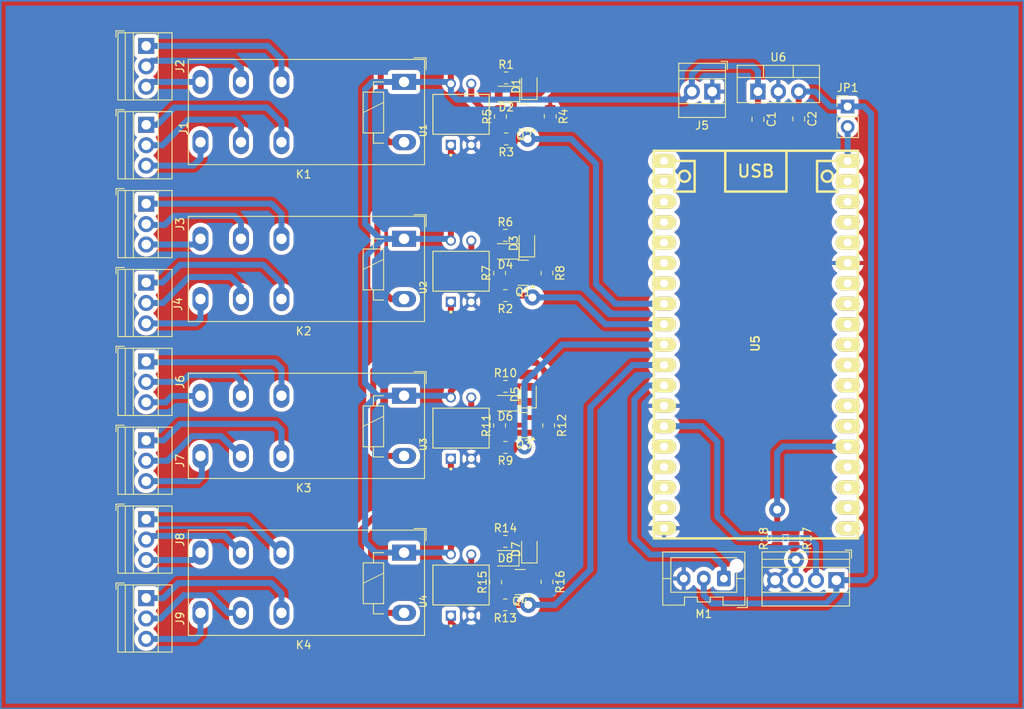
<source format=kicad_pcb>
(kicad_pcb (version 20240108) (generator "pcbnew") (generator_version "8.0")
  (layers (0 "F.Cu" signal) (31 "B.Cu" signal) (34 "B.Paste" user) (35 "F.Paste" user) (36 "B.SilkS" user "B.Silkscreen") (37 "F.SilkS" user "F.Silkscreen") (38 "B.Mask" user) (39 "F.Mask" user) (44 "Edge.Cuts" user))
  (net 0 "")
  (net 1 "VCC")
  (net 2 "GND")
  (net 3 "+5V")
  (net 4 "11")
  (net 5 "Net-(D1-A)")
  (net 6 "Net-(Q1-G)")
  (net 7 "gpio")
  (net 8 "trig")
  (net 9 "echo")
  (net 10 "Net-(D3-K)")
  (net 11 "Net-(D5-K)")
  (net 12 "Net-(D7-K)")
  (net 13 "Net-(J1-Pin_1)")
  (net 14 "Net-(J1-Pin_3)")
  (net 15 "Net-(J3-Pin_1)")
  (net 16 "Net-(J3-Pin_3)")
  (net 17 "Net-(J4-Pin_3)")
  (net 18 "Net-(J4-Pin_1)")
  (net 19 "Net-(J6-Pin_1)")
  (net 20 "22")
  (net 21 "Net-(J6-Pin_3)")
  (net 22 "Net-(Q2-G)")
  (net 23 "Net-(Q3-G)")
  (net 24 "Net-(Q4-G)")
  (net 25 "Net-(R7-Pad2)")
  (net 26 "Net-(J2-Pin_1)")
  (net 27 "Net-(J2-Pin_3)")
  (net 28 "Net-(D1-K)")
  (net 29 "Net-(R15-Pad2)")
  (net 30 "Net-(D3-A)")
  (net 31 "Net-(D5-A)")
  (net 32 "Net-(D7-A)")
  (net 33 "gpio4")
  (net 34 "gpio3")
  (net 35 "gpio2")
  (net 36 "Net-(R3-Pad2)")
  (net 37 "Net-(R2-Pad2)")
  (net 38 "Net-(R11-Pad2)")
  (net 39 "Net-(JP1-B)")
  (net 40 "77")
  (net 41 "66")
  (net 42 "55")
  (net 43 "Net-(J7-Pin_3)")
  (net 44 "Net-(J7-Pin_1)")
  (net 45 "Net-(J8-Pin_3)")
  (net 46 "44")
  (net 47 "Net-(J8-Pin_1)")
  (net 48 "33")
  (net 49 "Net-(J9-Pin_1)")
  (net 50 "Net-(J9-Pin_3)")
  (net 51 "servo")
  (net 52 "Net-(R5-Pad2)")
  (net 53 "Net-(R9-Pad2)")
  (net 54 "Net-(R13-Pad2)")
  (net 55 "Net-(Ultrasonido1-Pin_3)")
  (net 82 "88")
  (footprint "Resistor_SMD:R_0805_2012Metric" (layer "F.Cu") (at 184.7 107.0425 -90)
    (property "Reference" "R16")
    (property "Value" "R")
  )
  (footprint "LED_SMD:LED_0805_2012Metric" (layer "F.Cu") (at 182.4 83.7 90)
    (property "Reference" "D5")
    (property "Value" "LED")
  )
  (footprint "PC817-B (1):DIP762W50P254L650H455Q4B" (layer "F.Cu") (at 174 68.365833 90)
    (property "Reference" "U2")
    (property "Value" "PC817")
  )
  (footprint "Relay_THT:Relay_DPDT_Schrack-RT2-FormC_RM5mm" (layer "F.Cu") (at 166.9 83.866666 180)
    (property "Reference" "K3")
    (property "Value" "RTE2xxxx")
  )
  (footprint "TerminalBlock:TerminalBlock_Xinya_XY308-2.54-3P_1x03_P2.54mm_Horizontal" (layer "F.Cu") (at 134.8 50.14 -90)
    (property "Reference" "J1")
    (property "Value" "Screw_Terminal_01x03" (hide yes))
  )
  (footprint "LED_SMD:LED_0805_2012Metric" (layer "F.Cu") (at 182.5 103 90)
    (property "Reference" "D7")
    (property "Value" "LED")
  )
  (footprint "Connector_JST:JST_XA_B03B-XASK-1-A_1x03_P2.50mm_Vertical" (layer "F.Cu") (at 206.716 106.63 180)
    (property "Reference" "M1")
    (property "Value" "Motor_Servo")
  )
  (footprint "LED_SMD:LED_0805_2012Metric" (layer "F.Cu") (at 182.5 45.3 90)
    (property "Reference" "D1")
    (property "Value" "LED")
  )
  (footprint "Diode_SMD:D_0805_2012Metric" (layer "F.Cu") (at 179.525 104.1 180)
    (property "Reference" "D8")
    (property "Value" "DIODE")
  )
  (footprint "Resistor_SMD:R_0805_2012Metric" (layer "F.Cu") (at 178.8 68.598333 90)
    (property "Reference" "R7")
    (property "Value" "R")
  )
  (footprint "Resistor_SMD:R_0805_2012Metric" (layer "F.Cu") (at 215.45 101.6455 -90)
    (property "Reference" "R17")
    (property "Value" "1KΩ")
  )
  (footprint "Capacitor_SMD:C_0805_2012Metric" (layer "F.Cu") (at 216.04 49.4 -90)
    (property "Reference" "C2")
    (property "Value" "C")
  )
  (footprint "Resistor_SMD:R_0805_2012Metric" (layer "F.Cu") (at 185.1 49.0875 -90)
    (property "Reference" "R4")
    (property "Value" "R")
  )
  (footprint "Connector_PinHeader_2.54mm:PinHeader_1x02_P2.54mm_Vertical" (layer "F.Cu") (at 222.13 47.86)
    (property "Reference" "JP1")
    (property "Value" "Jumper_2_Bridged")
  )
  (footprint "Resistor_SMD:R_0805_2012Metric" (layer "F.Cu") (at 184.7 68.598333 -90)
    (property "Reference" "R8")
    (property "Value" "R")
  )
  (footprint "Resistor_SMD:R_0805_2012Metric" (layer "F.Cu") (at 178.8 87.566666 90)
    (property "Reference" "R11")
    (property "Value" "R" (hide yes))
  )
  (footprint "Relay_THT:Relay_DPDT_Schrack-RT2-FormC_RM5mm" (layer "F.Cu") (at 166.9 103.4 180)
    (property "Reference" "K4")
    (property "Value" "RTE2xxxx")
  )
  (footprint "TerminalBlock:TerminalBlock_Xinya_XY308-2.54-3P_1x03_P2.54mm_Horizontal" (layer "F.Cu") (at 134.8 59.96 -90)
    (property "Reference" "J3")
    (property "Value" "Screw_Terminal_01x03")
  )
  (footprint "Capacitor_SMD:C_0805_2012Metric" (layer "F.Cu") (at 210.96 49.45 -90)
    (property "Reference" "C1")
    (property "Value" "C")
  )
  (footprint "TerminalBlock:TerminalBlock_Xinya_XY308-2.54-3P_1x03_P2.54mm_Horizontal" (layer "F.Cu") (at 134.8 109.06 -90)
    (property "Reference" "J9")
    (property "Value" "Screw_Terminal_01x03" (hide yes))
  )
  (footprint "TerminalBlock:TerminalBlock_Xinya_XY308-2.54-2P_1x02_P2.54mm_Horizontal" (layer "F.Cu") (at 205.275 46 180)
    (property "Reference" "J5")
    (property "Value" "Screw_Terminal_01x02" (hide yes))
  )
  (footprint "Resistor_SMD:R_0805_2012Metric" (layer "F.Cu") (at 179.6125 44.3)
    (property "Reference" "R1")
    (property "Value" "R")
  )
  (footprint "Diode_SMD:D_0805_2012Metric" (layer "F.Cu") (at 179.525 84.8 180)
    (property "Reference" "D6")
    (property "Value" "DIODE")
  )
  (footprint "TerminalBlock:TerminalBlock_Xinya_XY308-2.54-3P_1x03_P2.54mm_Horizontal" (layer "F.Cu") (at 134.8 89.42 -90)
    (property "Reference" "J7")
    (property "Value" "Screw_Terminal_01x03")
  )
  (footprint "PC817-B (1):DIP762W50P254L650H455Q4B" (layer "F.Cu") (at 174 48.8325 90)
    (property "Reference" "U1")
    (property "Value" "PC817" (hide yes))
  )
  (footprint "Diode_SMD:D_0805_2012Metric" (layer "F.Cu") (at 179.525 65.9 180)
    (property "Reference" "D4")
    (property "Value" "DIODE")
  )
  (footprint "TerminalBlock:TerminalBlock_Xinya_XY308-2.54-3P_1x03_P2.54mm_Horizontal" (layer "F.Cu") (at 134.8 79.6 -90)
    (property "Reference" "J6")
    (property "Value" "Screw_Terminal_01x03")
  )
  (footprint "Resistor_SMD:R_0805_2012Metric" (layer "F.Cu") (at 184.9 87.566666 -90)
    (property "Reference" "R12")
    (property "Value" "R")
  )
  (footprint "EESTN5:ESP32S" (layer "F.Cu") (at 210.7 77.5 90)
    (property "Reference" "U5")
    (property "Value" "ESP32_DEVKITC" (hide yes))
  )
  (footprint "LED_SMD:LED_0805_2012Metric" (layer "F.Cu") (at 182.2 64.9 90)
    (property "Reference" "D3")
    (property "Value" "LED")
  )
  (footprint "TerminalBlock:TerminalBlock_Xinya_XY308-2.54-4P_1x04_P2.54mm_Horizontal" (layer "F.Cu") (at 220.726 106.83 180)
    (property "Reference" "Ultrasonido1" (hide yes))
    (property "Value" "Screw_Terminal_01x04" (hide yes))
  )
  (footprint "PC817-B (1):DIP762W50P254L650H455Q4B" (layer "F.Cu") (at 174 107.4325 90)
    (property "Reference" "U4")
    (property "Value" "PC817")
  )
  (footprint "Package_TO_SOT_THT:TO-220-3_Vertical" (layer "F.Cu") (at 210.96 46)
    (property "Reference" "U6")
    (property "Value" "LM7805_TO220" (hide yes))
  )
  (footprint "Relay_THT:Relay_DPDT_Schrack-RT2-FormC_RM5mm" (layer "F.Cu") (at 166.9 44.8 180)
    (property "Reference" "K1")
    (property "Value" "RTE2xxxx" (hide yes))
  )
  (footprint "Resistor_SMD:R_0805_2012Metric" (layer "F.Cu") (at 178.9 49.115 90)
    (property "Reference" "R5")
    (property "Value" "R")
  )
  (footprint "TerminalBlock:TerminalBlock_Xinya_XY308-2.54-3P_1x03_P2.54mm_Horizontal" (layer "F.Cu") (at 134.8 40.32 -90)
    (property "Reference" "J2")
    (property "Value" "Screw_Terminal_01x03" (hide yes))
  )
  (footprint "Diode_SMD:D_0805_2012Metric" (layer "F.Cu") (at 179.625 46.3 180)
    (property "Reference" "D2")
    (property "Value" "DIODE")
  )
  (footprint "Package_TO_SOT_SMD:SOT-23" (layer "F.Cu") (at 181.8 87.529166 180)
    (property "Reference" "Q3")
    (property "Value" "2N7002")
  )
  (footprint "Resistor_SMD:R_0805_2012Metric" (layer "F.Cu") (at 179.525 82.7)
    (property "Reference" "R10")
    (property "Value" "R")
  )
  (footprint "Package_TO_SOT_SMD:SOT-23" (layer "F.Cu") (at 181.7375 68.560833 180)
    (property "Reference" "Q1")
    (property "Value" "2N7002")
  )
  (footprint "Resistor_SMD:R_0805_2012Metric" (layer "F.Cu") (at 178.308 107.0845 90)
    (property "Reference" "R15")
    (property "Value" "R")
  )
  (footprint "Resistor_SMD:R_0805_2012Metric" (layer "F.Cu") (at 213.35 101.6555 90)
    (property "Reference" "R18")
    (property "Value" "1,5KΩ")
  )
  (footprint "PC817-B (1):DIP762W50P254L650H455Q4B" (layer "F.Cu") (at 174 87.899166 90)
    (property "Reference" "U3")
    (property "Value" "PC817")
  )
  (footprint "Resistor_SMD:R_0805_2012Metric" (layer "F.Cu") (at 179.625 51.9 180)
    (property "Reference" "R3")
    (property "Value" "R")
  )
  (footprint "Resistor_SMD:R_0805_2012Metric" (layer "F.Cu") (at 179.5125 71.4 180)
    (property "Reference" "R2")
    (property "Value" "R")
  )
  (footprint "TerminalBlock:TerminalBlock_Xinya_XY308-2.54-3P_1x03_P2.54mm_Horizontal" (layer "F.Cu") (at 134.8 69.78 -90)
    (property "Reference" "J4")
    (property "Value" "Screw_Terminal_01x03")
  )
  (footprint "Resistor_SMD:R_0805_2012Metric" (layer "F.Cu") (at 179.5 109.9 180)
    (property "Reference" "R13")
    (property "Value" "R")
  )
  (footprint "Package_TO_SOT_SMD:SOT-23" (layer "F.Cu") (at 181.864 49.1 180)
    (property "Reference" "Q2")
    (property "Value" "2N7002")
  )
  (footprint "Resistor_SMD:R_0805_2012Metric" (layer "F.Cu") (at 179.525 102)
    (property "Reference" "R14")
    (property "Value" "R")
  )
  (footprint "Package_TO_SOT_SMD:SOT-23" (layer "F.Cu") (at 181.356 107.0625 180)
    (property "Reference" "Q4")
    (property "Value" "2N7002")
  )
  (footprint "TerminalBlock:TerminalBlock_Xinya_XY308-2.54-3P_1x03_P2.54mm_Horizontal" (layer "F.Cu") (at 134.8 99.24 -90)
    (property "Reference" "J8")
    (property "Value" "Screw_Terminal_01x03")
  )
  (footprint "Resistor_SMD:R_0805_2012Metric" (layer "F.Cu") (at 179.525 90.3 180)
    (property "Reference" "R9")
    (property "Value" "R")
  )
  (footprint "Relay_THT:Relay_DPDT_Schrack-RT2-FormC_RM5mm" (layer "F.Cu") (at 166.9 64.333333 180)
    (property "Reference" "K2")
    (property "Value" "RTE2xxxx")
  )
  (footprint "Resistor_SMD:R_0805_2012Metric" (layer "F.Cu") (at 179.5125 63.9)
    (property "Reference" "R6")
    (property "Value" "R")
  )
  (gr_rect (start 116.7 34.7) (end 244 122.8) (stroke (width 0.2)) (fill none) (layer "B.Cu"))
  (segment (start 172.73 63.27) (end 172.73 64.555833) (width 0.75) (layer "F.Cu") (net 1))
  (segment (start 178.7 46.2875) (end 178.6875 46.3) (width 0.75) (layer "F.Cu") (net 1))
  (segment (start 210.96 46) (end 210.96 48.5) (width 0.75) (layer "F.Cu") (net 1))
  (segment (start 172.73 102.606) (end 173.336 102) (width 0.75) (layer "F.Cu") (net 1))
  (segment (start 178.6125 102) (end 178.6125 104.075) (width 0.75) (layer "F.Cu") (net 1))
  (segment (start 178.6 63.4) (end 177.7 62.5) (width 0.75) (layer "F.Cu") (net 1))
  (segment (start 178.6125 82.7) (end 178.6125 84.775) (width 0.75) (layer "F.Cu") (net 1))
  (segment (start 178.6 65.8875) (end 178.5875 65.9) (width 0.75) (layer "F.Cu") (net 1))
  (segment (start 178.7 44.3) (end 178.7 46.2875) (width 0.75) (layer "F.Cu") (net 1))
  (segment (start 173.5 62.5) (end 172.73 63.27) (width 0.75) (layer "F.Cu") (net 1))
  (segment (start 178.6125 104.075) (end 178.5875 104.1) (width 0.75) (layer "F.Cu") (net 1))
  (segment (start 178.6125 84.775) (end 178.5875 84.8) (width 0.75) (layer "F.Cu") (net 1))
  (segment (start 177.9 42.7) (end 173.3 42.7) (width 0.75) (layer "F.Cu") (net 1))
  (segment (start 172.73 43.27) (end 172.73 45.0225) (width 0.75) (layer "F.Cu") (net 1))
  (segment (start 173.336 102) (end 178.6125 102) (width 0.75) (layer "F.Cu") (net 1))
  (segment (start 172.73 83.302) (end 173.736 82.296) (width 0.75) (layer "F.Cu") (net 1))
  (segment (start 173.3 42.7) (end 172.73 43.27) (width 0.75) (layer "F.Cu") (net 1))
  (segment (start 177.7 62.5) (end 173.5 62.5) (width 0.75) (layer "F.Cu") (net 1))
  (segment (start 172.73 84.089166) (end 172.73 83.302) (width 0.75) (layer "F.Cu") (net 1))
  (segment (start 178.6 63.9) (end 178.6 65.8875) (width 0.75) (layer "F.Cu") (net 1))
  (segment (start 178.7 44.3) (end 178.7 43.5) (width 0.75) (layer "F.Cu") (net 1))
  (segment (start 173.736 82.296) (end 178.2085 82.296) (width 0.75) (layer "F.Cu") (net 1))
  (segment (start 178.6 63.9) (end 178.6 63.4) (width 0.75) (layer "F.Cu") (net 1))
  (segment (start 172.73 103.6225) (end 172.73 102.606) (width 0.75) (layer "F.Cu") (net 1))
  (segment (start 178.2085 82.296) (end 178.6125 82.7) (width 0.75) (layer "F.Cu") (net 1))
  (segment (start 178.7 43.5) (end 177.9 42.7) (width 0.75) (layer "F.Cu") (net 1))
  (segment (start 210.96 43.46) (end 210.3 42.8) (width 0.75) (layer "B.Cu") (net 1))
  (segment (start 166.9 64.333333) (end 172.5075 64.333333) (width 0.75) (layer "B.Cu") (net 1))
  (segment (start 162.052 66.548) (end 162.052 82.296) (width 0.75) (layer "B.Cu") (net 1))
  (segment (start 172.5075 103.4) (end 172.73 103.6225) (width 0.75) (layer "B.Cu") (net 1))
  (segment (start 162.052 102.108) (end 163.344 103.4) (width 0.75) (layer "B.Cu") (net 1))
  (segment (start 164.266667 64.333333) (end 162.052 66.548) (width 0.75) (layer "B.Cu") (net 1))
  (segment (start 166.9 64.333333) (end 166.624 64.609333) (width 0.75) (layer "B.Cu") (net 1))
  (segment (start 203.8 42.8) (end 202.735 43.865) (width 0.75) (layer "B.Cu") (net 1))
  (segment (start 210.3 42.8) (end 203.8 42.8) (width 0.75) (layer "B.Cu") (net 1))
  (segment (start 172.73 46.238) (end 172.73 45.0225) (width 0.75) (layer "B.Cu") (net 1))
  (segment (start 162.052 45.72) (end 162.972 44.8) (width 0.75) (layer "B.Cu") (net 1))
  (segment (start 162.972 44.8) (end 166.9 44.8) (width 0.75) (layer "B.Cu") (net 1))
  (segment (start 163.529334 83.866666) (end 162.052 85.344) (width 0.75) (layer "B.Cu") (net 1))
  (segment (start 166.9 44.8) (end 172.5075 44.8) (width 0.75) (layer "B.Cu") (net 1))
  (segment (start 166.9 103.4) (end 172.5075 103.4) (width 0.75) (layer "B.Cu") (net 1))
  (segment (start 173.492 47) (end 172.73 46.238) (width 0.75) (layer "B.Cu") (net 1))
  (segment (start 166.9 83.866666) (end 172.5075 83.866666) (width 0.75) (layer "B.Cu") (net 1))
  (segment (start 172.5075 44.8) (end 172.73 45.0225) (width 0.75) (layer "B.Cu") (net 1))
  (segment (start 166.9 64.333333) (end 163.901333 64.333333) (width 0.75) (layer "B.Cu") (net 1))
  (segment (start 163.901333 64.333333) (end 162.052 62.484) (width 0.75) (layer "B.Cu") (net 1))
  (segment (start 202.735 43.865) (end 202.735 46) (width 0.75) (layer "B.Cu") (net 1))
  (segment (start 166.9 64.333333) (end 164.266667 64.333333) (width 0.75) (layer "B.Cu") (net 1))
  (segment (start 162.052 85.344) (end 162.052 102.108) (width 0.75) (layer "B.Cu") (net 1))
  (segment (start 172.5075 64.333333) (end 172.73 64.555833) (width 0.75) (layer "B.Cu") (net 1))
  (segment (start 163.622666 83.866666) (end 166.9 83.866666) (width 0.75) (layer "B.Cu") (net 1))
  (segment (start 162.052 62.484) (end 162.052 45.72) (width 0.75) (layer "B.Cu") (net 1))
  (segment (start 166.9 83.866666) (end 163.529334 83.866666) (width 0.75) (layer "B.Cu") (net 1))
  (segment (start 172.5075 83.866666) (end 172.73 84.089166) (width 0.75) (layer "B.Cu") (net 1))
  (segment (start 210.96 46) (end 210.96 43.46) (width 0.75) (layer "B.Cu") (net 1))
  (segment (start 163.344 103.4) (end 166.9 103.4) (width 0.75) (layer "B.Cu") (net 1))
  (segment (start 162.052 82.296) (end 163.622666 83.866666) (width 0.75) (layer "B.Cu") (net 1))
  (segment (start 201.735 47) (end 173.492 47) (width 0.75) (layer "B.Cu") (net 1))
  (segment (start 202.735 46) (end 201.735 47) (width 0.75) (layer "B.Cu") (net 1))
  (segment (start 216.04 46) (end 216.04 48.45) (width 0.75) (layer "F.Cu") (net 3))
  (segment (start 220.726 108.458) (end 220.726 106.83) (width 0.75) (layer "B.Cu") (net 3))
  (segment (start 204.216 108.712) (end 205.232 109.728) (width 0.75) (layer "B.Cu") (net 3))
  (segment (start 220.726 106.83) (end 224.386 106.83) (width 0.75) (layer "B.Cu") (net 3))
  (segment (start 224.136 47.86) (end 222.13 47.86) (width 0.75) (layer "B.Cu") (net 3))
  (segment (start 222.13 47.86) (end 219.96 47.86) (width 0.75) (layer "B.Cu") (net 3))
  (segment (start 225.044 106.172) (end 225.044 48.768) (width 0.75) (layer "B.Cu") (net 3))
  (segment (start 204.216 106.63) (end 204.216 108.712) (width 0.75) (layer "B.Cu") (net 3))
  (segment (start 224.386 106.83) (end 225.044 106.172) (width 0.75) (layer "B.Cu") (net 3))
  (segment (start 205.232 109.728) (end 219.456 109.728) (width 0.75) (layer "B.Cu") (net 3))
  (segment (start 218.1 46) (end 216.04 46) (width 0.75) (layer "B.Cu") (net 3))
  (segment (start 219.456 109.728) (end 220.726 108.458) (width 0.75) (layer "B.Cu") (net 3))
  (segment (start 225.044 48.768) (end 224.136 47.86) (width 0.75) (layer "B.Cu") (net 3))
  (segment (start 219.96 47.86) (end 218.1 46) (width 0.75) (layer "B.Cu") (net 3))
  (segment (start 145.664 42.164) (end 146.6 43.1) (width 0.75) (layer "B.Cu") (net 4))
  (segment (start 146.6 43.1) (end 146.6 44.8) (width 0.75) (layer "B.Cu") (net 4))
  (segment (start 134.8 42.86) (end 135.496 42.164) (width 0.75) (layer "B.Cu") (net 4))
  (segment (start 135.496 42.164) (end 145.664 42.164) (width 0.75) (layer "B.Cu") (net 4))
  (segment (start 180.525 44.3) (end 182.4375 44.3) (width 0.75) (layer "F.Cu") (net 5))
  (segment (start 182.4375 44.3) (end 182.5 44.3625) (width 0.75) (layer "F.Cu") (net 5))
  (segment (start 178.8 69.510833) (end 182.675 69.510833) (width 0.75) (layer "F.Cu") (net 6))
  (segment (start 182.675 69.510833) (end 184.7 69.510833) (width 0.75) (layer "F.Cu") (net 6))
  (segment (start 182.288 51.9) (end 180.5375 51.9) (width 0.75) (layer "F.Cu") (net 7))
  (via (at 182.288 51.9) (size 2) (drill 1) (layers "F.Cu" "B.Cu") (net 7))
  (segment (start 187.7 51.9) (end 190.8 55) (width 0.75) (layer "B.Cu") (net 7))
  (segment (start 190.8 70) (end 193.22 72.42) (width 0.75) (layer "B.Cu") (net 7))
  (segment (start 182.288 51.9) (end 187.7 51.9) (width 0.75) (layer "B.Cu") (net 7))
  (segment (start 190.8 55) (end 190.8 70) (width 0.75) (layer "B.Cu") (net 7))
  (segment (start 193.22 72.42) (end 199.27 72.42) (width 0.75) (layer "B.Cu") (net 7))
  (segment (start 208.6 101.6) (end 217.424 101.6) (width 0.75) (layer "B.Cu") (net 8))
  (segment (start 199.494 87.884) (end 199.27 87.66) (width 0.75) (layer "B.Cu") (net 8))
  (segment (start 199.27 87.66) (end 203.96 87.66) (width 0.75) (layer "B.Cu") (net 8))
  (segment (start 205.9 89.6) (end 205.9 98.9) (width 0.75) (layer "B.Cu") (net 8))
  (segment (start 217.424 101.6) (end 218.186 102.362) (width 0.75) (layer "B.Cu") (net 8))
  (segment (start 203.96 87.66) (end 205.9 89.6) (width 0.75) (layer "B.Cu") (net 8))
  (segment (start 218.186 102.362) (end 218.186 106.83) (width 0.75) (layer "B.Cu") (net 8))
  (segment (start 205.9 98.9) (end 208.6 101.6) (width 0.75) (layer "B.Cu") (net 8))
  (segment (start 213.36 100.733) (end 213.36 98.044) (width 0.75) (layer "F.Cu") (net 9))
  (segment (start 213.36 100.733) (end 213.35 100.743) (width 0.75) (layer "F.Cu") (net 9))
  (segment (start 215.45 100.733) (end 213.36 100.733) (width 0.75) (layer "F.Cu") (net 9))
  (via (at 213.36 98.044) (size 2) (drill 1) (layers "F.Cu" "B.Cu") (net 9))
  (segment (start 214.092 90.2) (end 222.13 90.2) (width 0.75) (layer "B.Cu") (net 9))
  (segment (start 222.354 90.424) (end 222.13 90.2) (width 0.75) (layer "B.Cu") (net 9))
  (segment (start 213.36 98.044) (end 213.36 90.932) (width 0.75) (layer "B.Cu") (net 9))
  (segment (start 213.36 90.932) (end 214.092 90.2) (width 0.75) (layer "B.Cu") (net 9))
  (segment (start 182.2 65.8375) (end 180.525 65.8375) (width 0.75) (layer "F.Cu") (net 10))
  (segment (start 183.5905 65.8375) (end 182.2 65.8375) (width 0.75) (layer "F.Cu") (net 10))
  (segment (start 183.896 60.452) (end 184.404 60.96) (width 0.75) (layer "F.Cu") (net 10))
  (segment (start 166.9 71.833333) (end 165.305333 71.833333) (width 0.75) (layer "F.Cu") (net 10))
  (segment (start 184.404 65.024) (end 183.5905 65.8375) (width 0.75) (layer "F.Cu") (net 10))
  (segment (start 184.404 60.96) (end 184.404 65.024) (width 0.75) (layer "F.Cu") (net 10))
  (segment (start 163.576 70.104) (end 163.576 61.468) (width 0.75) (layer "F.Cu") (net 10))
  (segment (start 180.525 65.8375) (end 180.4625 65.9) (width 0.75) (layer "F.Cu") (net 10))
  (segment (start 164.592 60.452) (end 183.896 60.452) (width 0.75) (layer "F.Cu") (net 10))
  (segment (start 163.576 61.468) (end 164.592 60.452) (width 0.75) (layer "F.Cu") (net 10))
  (segment (start 165.305333 71.833333) (end 163.576 70.104) (width 0.75) (layer "F.Cu") (net 10))
  (segment (start 180.8 66.2375) (end 180.4625 65.9) (width 0.75) (layer "F.Cu") (net 10))
  (segment (start 180.8 68.560833) (end 180.8 66.2375) (width 0.75) (layer "F.Cu") (net 10))
  (segment (start 164.010666 91.366666) (end 163.068 90.424) (width 0.75) (layer "F.Cu") (net 11))
  (segment (start 180.4625 87.129166) (end 180.8625 87.529166) (width 0.75) (layer "F.Cu") (net 11))
  (segment (start 184.404 83.82) (end 183.5865 84.6375) (width 0.75) (layer "F.Cu") (net 11))
  (segment (start 182.4 84.6375) (end 180.625 84.6375) (width 0.75) (layer "F.Cu") (net 11))
  (segment (start 164.084 79.756) (end 183.388 79.756) (width 0.75) (layer "F.Cu") (net 11))
  (segment (start 166.9 91.366666) (end 164.010666 91.366666) (width 0.75) (layer "F.Cu") (net 11))
  (segment (start 184.404 80.772) (end 184.404 83.82) (width 0.75) (layer "F.Cu") (net 11))
  (segment (start 163.068 90.424) (end 163.068 80.772) (width 0.75) (layer "F.Cu") (net 11))
  (segment (start 183.388 79.756) (end 184.404 80.772) (width 0.75) (layer "F.Cu") (net 11))
  (segment (start 163.068 80.772) (end 164.084 79.756) (width 0.75) (layer "F.Cu") (net 11))
  (segment (start 180.625 84.6375) (end 180.4625 84.8) (width 0.75) (layer "F.Cu") (net 11))
  (segment (start 180.4625 84.8) (end 180.4625 87.129166) (width 0.75) (layer "F.Cu") (net 11))
  (segment (start 183.5865 84.6375) (end 182.4 84.6375) (width 0.75) (layer "F.Cu") (net 11))
  (segment (start 163.732 110.9) (end 161.544 108.712) (width 0.75) (layer "F.Cu") (net 12))
  (segment (start 182.5 103.9375) (end 180.625 103.9375) (width 0.75) (layer "F.Cu") (net 12))
  (segment (start 180.4625 104.1) (end 180.4625 107.0185) (width 0.75) (layer "F.Cu") (net 12))
  (segment (start 163.068 99.06) (end 183.896 99.06) (width 0.75) (layer "F.Cu") (net 12))
  (segment (start 180.4625 107.0185) (end 180.4185 107.0625) (width 0.75) (layer "F.Cu") (net 12))
  (segment (start 184.912 100.076) (end 184.912 103.124) (width 0.75) (layer "F.Cu") (net 12))
  (segment (start 166.9 110.9) (end 163.732 110.9) (width 0.75) (layer "F.Cu") (net 12))
  (segment (start 183.896 99.06) (end 184.912 100.076) (width 0.75) (layer "F.Cu") (net 12))
  (segment (start 184.0985 103.9375) (end 182.5 103.9375) (width 0.75) (layer "F.Cu") (net 12))
  (segment (start 161.544 108.712) (end 161.544 100.584) (width 0.75) (layer "F.Cu") (net 12))
  (segment (start 161.544 100.584) (end 163.068 99.06) (width 0.75) (layer "F.Cu") (net 12))
  (segment (start 184.912 103.124) (end 184.0985 103.9375) (width 0.75) (layer "F.Cu") (net 12))
  (segment (start 149.8 48) (end 151.64 49.84) (width 0.75) (layer "B.Cu") (net 13))
  (segment (start 151.64 49.84) (end 151.64 52.3) (width 0.75) (layer "B.Cu") (net 13))
  (segment (start 138.3 48) (end 149.8 48) (width 0.75) (layer "B.Cu") (net 13))
  (segment (start 136.16 50.14) (end 138.3 48) (width 0.75) (layer "B.Cu") (net 13))
  (segment (start 134.8 50.14) (end 136.16 50.14) (width 0.75) (layer "B.Cu") (net 13))
  (segment (start 134.8 55.22) (end 140.68 55.22) (width 0.75) (layer "B.Cu") (net 14))
  (segment (start 140.68 55.22) (end 141.56 54.34) (width 0.75) (layer "B.Cu") (net 14))
  (segment (start 141.56 54.34) (end 141.56 52.3) (width 0.75) (layer "B.Cu") (net 14))
  (segment (start 150.384 59.96) (end 151.64 61.216) (width 0.75) (layer "B.Cu") (net 15))
  (segment (start 151.64 61.216) (end 151.64 64.333333) (width 0.75) (layer "B.Cu") (net 15))
  (segment (start 134.8 59.96) (end 150.384 59.96) (width 0.75) (layer "B.Cu") (net 15))
  (segment (start 140.853333 65.04) (end 141.56 64.333333) (width 0.75) (layer "B.Cu") (net 16))
  (segment (start 134.8 65.04) (end 140.853333 65.04) (width 0.75) (layer "B.Cu") (net 16))
  (segment (start 141.04 74.86) (end 134.8 74.86) (width 0.75) (layer "B.Cu") (net 17))
  (segment (start 141.56 74.34) (end 141.04 74.86) (width 0.75) (layer "B.Cu") (net 17))
  (segment (start 141.56 71.833333) (end 141.56 74.34) (width 0.75) (layer "B.Cu") (net 17))
  (segment (start 139.036 67.564) (end 149.352 67.564) (width 0.75) (layer "B.Cu") (net 18))
  (segment (start 136.82 69.78) (end 139.036 67.564) (width 0.75) (layer "B.Cu") (net 18))
  (segment (start 149.352 67.564) (end 151.64 69.852) (width 0.75) (layer "B.Cu") (net 18))
  (segment (start 134.8 69.78) (end 136.82 69.78) (width 0.75) (layer "B.Cu") (net 18))
  (segment (start 151.64 69.852) (end 151.64 71.833333) (width 0.75) (layer "B.Cu") (net 18))
  (segment (start 150.82 79.7) (end 151.64 80.52) (width 0.75) (layer "B.Cu") (net 19))
  (segment (start 134.9 79.7) (end 150.82 79.7) (width 0.75) (layer "B.Cu") (net 19))
  (segment (start 134.8 79.6) (end 134.9 79.7) (width 0.75) (layer "B.Cu") (net 19))
  (segment (start 151.64 80.52) (end 151.64 83.866666) (width 0.75) (layer "B.Cu") (net 19))
  (segment (start 134.8 52.68) (end 136.82 52.68) (width 0.75) (layer "B.Cu") (net 20))
  (segment (start 136.82 52.68) (end 140 49.5) (width 0.75) (layer "B.Cu") (net 20))
  (segment (start 140 49.5) (end 145.8 49.5) (width 0.75) (layer "B.Cu") (net 20))
  (segment (start 146.6 50.3) (end 146.6 52.3) (width 0.75) (layer "B.Cu") (net 20))
  (segment (start 145.8 49.5) (end 146.6 50.3) (width 0.75) (layer "B.Cu") (net 20))
  (segment (start 137.22 84.68) (end 138 83.9) (width 0.75) (layer "B.Cu") (net 21))
  (segment (start 138 83.9) (end 141.526666 83.9) (width 0.75) (layer "B.Cu") (net 21))
  (segment (start 141.526666 83.9) (end 141.56 83.866666) (width 0.75) (layer "B.Cu") (net 21))
  (segment (start 134.8 84.68) (end 137.22 84.68) (width 0.75) (layer "B.Cu") (net 21))
  (segment (start 182.975 50.05) (end 178.9225 50.05) (width 0.75) (layer "F.Cu") (net 22))
  (segment (start 182.975 50.05) (end 185.05 50.05) (width 0.75) (layer "F.Cu") (net 22))
  (segment (start 178.9225 50.05) (end 178.9 50.0275) (width 0.75) (layer "F.Cu") (net 22))
  (segment (start 185.05 50.05) (end 185.1 50) (width 0.75) (layer "F.Cu") (net 22))
  (segment (start 178.8 88.479166) (end 182.7375 88.479166) (width 0.75) (layer "F.Cu") (net 23))
  (segment (start 182.7375 88.479166) (end 184.9 88.479166) (width 0.75) (layer "F.Cu") (net 23))
  (segment (start 184.6425 108.0125) (end 184.7 107.955) (width 0.75) (layer "F.Cu") (net 24))
  (segment (start 178.3235 108.0125) (end 182.2935 108.0125) (width 0.75) (layer "F.Cu") (net 24))
  (segment (start 182.2935 108.0125) (end 184.6425 108.0125) (width 0.75) (layer "F.Cu") (net 24))
  (segment (start 184.65 108.0125) (end 184.7 108.0625) (width 0.75) (layer "F.Cu") (net 24))
  (segment (start 178.308 107.997) (end 178.3235 108.0125) (width 0.75) (layer "F.Cu") (net 24))
  (segment (start 175.27 66.67) (end 175.27 64.555833) (width 0.75) (layer "F.Cu") (net 25))
  (segment (start 178.8 67.685833) (end 176.285833 67.685833) (width 0.75) (layer "F.Cu") (net 25))
  (segment (start 176.285833 67.685833) (end 175.27 66.67) (width 0.75) (layer "F.Cu") (net 25))
  (segment (start 134.8 40.32) (end 149.92 40.32) (width 0.75) (layer "B.Cu") (net 26))
  (segment (start 151.64 42.04) (end 151.64 44.8) (width 0.75) (layer "B.Cu") (net 26))
  (segment (start 149.92 40.32) (end 151.64 42.04) (width 0.75) (layer "B.Cu") (net 26))
  (segment (start 135.4 44.8) (end 141.56 44.8) (width 0.75) (layer "B.Cu") (net 27))
  (segment (start 134.8 45.4) (end 135.4 44.8) (width 0.75) (layer "B.Cu") (net 27))
  (segment (start 184.9 45.2) (end 184.9 42) (width 0.75) (layer "F.Cu") (net 28))
  (segment (start 183.9 41) (end 166.1 41) (width 0.75) (layer "F.Cu") (net 28))
  (segment (start 180.5625 46.3) (end 180.5625 48.736) (width 0.75) (layer "F.Cu") (net 28))
  (segment (start 183.8625 46.2375) (end 184.9 45.2) (width 0.75) (layer "F.Cu") (net 28))
  (segment (start 180.5625 48.736) (end 180.9265 49.1) (width 0.75) (layer "F.Cu") (net 28))
  (segment (start 182.5 46.2375) (end 183.8625 46.2375) (width 0.75) (layer "F.Cu") (net 28))
  (segment (start 164 43.1) (end 164 51.2) (width 0.75) (layer "F.Cu") (net 28))
  (segment (start 184.9 42) (end 183.9 41) (width 0.75) (layer "F.Cu") (net 28))
  (segment (start 165.1 52.3) (end 166.9 52.3) (width 0.75) (layer "F.Cu") (net 28))
  (segment (start 166.1 41) (end 164 43.1) (width 0.75) (layer "F.Cu") (net 28))
  (segment (start 180.5625 46.3) (end 182.4375 46.3) (width 0.75) (layer "F.Cu") (net 28))
  (segment (start 182.4375 46.3) (end 182.5 46.2375) (width 0.75) (layer "F.Cu") (net 28))
  (segment (start 164 51.2) (end 165.1 52.3) (width 0.75) (layer "F.Cu") (net 28))
  (segment (start 178.308 106.172) (end 176.276 106.172) (width 0.75) (layer "F.Cu") (net 29))
  (segment (start 176.276 106.172) (end 175.27 105.166) (width 0.75) (layer "F.Cu") (net 29))
  (segment (start 175.27 105.166) (end 175.27 103.6225) (width 0.75) (layer "F.Cu") (net 29))
  (segment (start 180.4875 63.9625) (end 180.425 63.9) (width 0.75) (layer "F.Cu") (net 30))
  (segment (start 182.2 63.9625) (end 180.4875 63.9625) (width 0.75) (layer "F.Cu") (net 30))
  (segment (start 182.3375 82.7) (end 182.4 82.7625) (width 0.75) (layer "F.Cu") (net 31))
  (segment (start 180.4375 82.7) (end 182.3375 82.7) (width 0.75) (layer "F.Cu") (net 31))
  (segment (start 180.4375 102) (end 182.4375 102) (width 0.75) (layer "F.Cu") (net 32))
  (segment (start 182.4375 102) (end 182.5 102.0625) (width 0.75) (layer "F.Cu") (net 32))
  (segment (start 180.4125 109.9) (end 182.2 109.9) (width 0.75) (layer "F.Cu") (net 33))
  (via (at 182.372 109.9) (size 2) (drill 1) (layers "F.Cu" "B.Cu") (net 33))
  (segment (start 182.372 109.9) (end 185.7 109.9) (width 0.75) (layer "B.Cu") (net 33))
  (segment (start 190.1 105.5) (end 190.1 85.3) (width 0.75) (layer "B.Cu") (net 33))
  (segment (start 185.7 109.9) (end 190.1 105.5) (width 0.75) (layer "B.Cu") (net 33))
  (segment (start 195.36 80.04) (end 199.27 80.04) (width 0.75) (layer "B.Cu") (net 33))
  (segment (start 190.1 85.3) (end 195.36 80.04) (width 0.75) (layer "B.Cu") (net 33))
  (segment (start 181.9 90.3) (end 180.4375 90.3) (width 0.75) (layer "F.Cu") (net 34))
  (via (at 181.9 90.3) (size 1.75) (drill 0.75) (layers "F.Cu" "B.Cu") (net 34))
  (segment (start 181.9 82.2) (end 186.6 77.5) (width 0.75) (layer "B.Cu") (net 34))
  (segment (start 186.6 77.5) (end 199.27 77.5) (width 0.75) (layer "B.Cu") (net 34))
  (segment (start 181.9 90.3) (end 181.9 82.2) (width 0.75) (layer "B.Cu") (net 34))
  (segment (start 180.425 71.4) (end 182.652 71.4) (width 0.75) (layer "F.Cu") (net 35))
  (segment (start 182.652 71.4) (end 182.88 71.628) (width 0.75) (layer "F.Cu") (net 35))
  (via (at 182.88 71.628) (size 2) (drill 1) (layers "F.Cu" "B.Cu") (net 35))
  (segment (start 191.96 74.96) (end 199.27 74.96) (width 0.75) (layer "B.Cu") (net 35))
  (segment (start 188.628 71.628) (end 191.96 74.96) (width 0.75) (layer "B.Cu") (net 35))
  (segment (start 182.88 71.628) (end 188.628 71.628) (width 0.75) (layer "B.Cu") (net 35))
  (segment (start 173.6 54.5) (end 172.73 53.63) (width 0.75) (layer "F.Cu") (net 36))
  (segment (start 177.6 54.5) (end 173.6 54.5) (width 0.75) (layer "F.Cu") (net 36))
  (segment (start 178.7125 53.3875) (end 177.6 54.5) (width 0.75) (layer "F.Cu") (net 36))
  (segment (start 172.73 53.63) (end 172.73 52.6425) (width 0.75) (layer "F.Cu") (net 36))
  (segment (start 178.7125 51.9) (end 178.7125 53.3875) (width 0.75) (layer "F.Cu") (net 36))
  (segment (start 173.228 74.168) (end 177.8 74.168) (width 0.75) (layer "F.Cu") (net 37))
  (segment (start 172.73 73.67) (end 173.228 74.168) (width 0.75) (layer "F.Cu") (net 37))
  (segment (start 172.73 72.175833) (end 172.73 73.67) (width 0.75) (layer "F.Cu") (net 37))
  (segment (start 178.6 73.368) (end 178.6 71.4) (width 0.75) (layer "F.Cu") (net 37))
  (segment (start 177.8 74.168) (end 178.6 73.368) (width 0.75) (layer "F.Cu") (net 37))
  (segment (start 175.554166 86.654166) (end 178.8 86.654166) (width 0.75) (layer "F.Cu") (net 38))
  (segment (start 175.27 84.089166) (end 175.27 86.37) (width 0.75) (layer "F.Cu") (net 38))
  (segment (start 175.27 86.37) (end 175.554166 86.654166) (width 0.75) (layer "F.Cu") (net 38))
  (segment (start 222.13 50.4) (end 222.13 54.64) (width 0.75) (layer "B.Cu") (net 39))
  (segment (start 135.255 101.325) (end 144.525 101.325) (width 0.75) (layer "B.Cu") (net 40))
  (segment (start 144.525 101.325) (end 146.6 103.4) (width 0.75) (layer "B.Cu") (net 40))
  (segment (start 134.8 101.78) (end 135.255 101.325) (width 0.75) (layer "B.Cu") (net 40))
  (segment (start 140.5 88.9) (end 144.133334 88.9) (width 0.75) (layer "B.Cu") (net 41))
  (segment (start 137.44 91.96) (end 140.5 88.9) (width 0.75) (layer "B.Cu") (net 41))
  (segment (start 144.133334 88.9) (end 146.6 91.366666) (width 0.75) (layer "B.Cu") (net 41))
  (segment (start 134.8 91.96) (end 137.44 91.96) (width 0.75) (layer "B.Cu") (net 41))
  (segment (start 146.6 82.084) (end 146.6 83.866666) (width 0.75) (layer "B.Cu") (net 42))
  (segment (start 139.26 82.14) (end 140.1 81.3) (width 0.75) (layer "B.Cu") (net 42))
  (segment (start 145.816 81.3) (end 146.6 82.084) (width 0.75) (layer "B.Cu") (net 42))
  (segment (start 140.1 81.3) (end 145.816 81.3) (width 0.75) (layer "B.Cu") (net 42))
  (segment (start 134.8 82.14) (end 139.26 82.14) (width 0.75) (layer "B.Cu") (net 42))
  (segment (start 141.732 91.538666) (end 141.56 91.366666) (width 0.75) (layer "B.Cu") (net 43))
  (segment (start 141.732 93.98) (end 141.732 91.538666) (width 0.75) (layer "B.Cu") (net 43))
  (segment (start 141.212 94.5) (end 141.732 93.98) (width 0.75) (layer "B.Cu") (net 43))
  (segment (start 134.8 94.5) (end 141.212 94.5) (width 0.75) (layer "B.Cu") (net 43))
  (segment (start 150.876 87.376) (end 151.64 88.14) (width 0.75) (layer "B.Cu") (net 44))
  (segment (start 151.64 88.14) (end 151.64 91.366666) (width 0.75) (layer "B.Cu") (net 44))
  (segment (start 134.8 89.42) (end 136.98 89.42) (width 0.75) (layer "B.Cu") (net 44))
  (segment (start 139.024 87.376) (end 150.876 87.376) (width 0.75) (layer "B.Cu") (net 44))
  (segment (start 136.98 89.42) (end 139.024 87.376) (width 0.75) (layer "B.Cu") (net 44))
  (segment (start 140.64 104.32) (end 141.56 103.4) (width 0.75) (layer "B.Cu") (net 45))
  (segment (start 134.8 104.32) (end 140.64 104.32) (width 0.75) (layer "B.Cu") (net 45))
  (segment (start 140.112 69.088) (end 145.333334 69.088) (width 0.75) (layer "B.Cu") (net 46))
  (segment (start 146.6 70.354666) (end 146.6 71.833333) (width 0.75) (layer "B.Cu") (net 46))
  (segment (start 145.333334 69.088) (end 146.6 70.354666) (width 0.75) (layer "B.Cu") (net 46))
  (segment (start 134.8 72.32) (end 136.88 72.32) (width 0.75) (layer "B.Cu") (net 46))
  (segment (start 136.88 72.32) (end 140.112 69.088) (width 0.75) (layer "B.Cu") (net 46))
  (segment (start 147.48 99.24) (end 151.64 103.4) (width 0.75) (layer "B.Cu") (net 47))
  (segment (start 134.8 99.24) (end 147.48 99.24) (width 0.75) (layer "B.Cu") (net 47))
  (segment (start 146.6 62.286666) (end 146.6 64.333333) (width 0.75) (layer "B.Cu") (net 48))
  (segment (start 134.8 62.5) (end 134.9 62.6) (width 0.75) (layer "B.Cu") (net 48))
  (segment (start 138.232 61.468) (end 145.781334 61.468) (width 0.75) (layer "B.Cu") (net 48))
  (segment (start 134.9 62.6) (end 137.1 62.6) (width 0.75) (layer "B.Cu") (net 48))
  (segment (start 137.1 62.6) (end 138.232 61.468) (width 0.75) (layer "B.Cu") (net 48))
  (segment (start 145.781334 61.468) (end 146.6 62.286666) (width 0.75) (layer "B.Cu") (net 48))
  (segment (start 136.94 109.06) (end 138.812 107.188) (width 0.75) (layer "B.Cu") (net 49))
  (segment (start 151.64 108.46) (end 151.64 110.9) (width 0.75) (layer "B.Cu") (net 49))
  (segment (start 150.368 107.188) (end 151.64 108.46) (width 0.75) (layer "B.Cu") (net 49))
  (segment (start 134.8 109.06) (end 136.94 109.06) (width 0.75) (layer "B.Cu") (net 49))
  (segment (start 138.812 107.188) (end 150.368 107.188) (width 0.75) (layer "B.Cu") (net 49))
  (segment (start 141.56 113.456) (end 141.56 110.9) (width 0.75) (layer "B.Cu") (net 50))
  (segment (start 140.876 114.14) (end 141.56 113.456) (width 0.75) (layer "B.Cu") (net 50))
  (segment (start 134.8 114.14) (end 140.876 114.14) (width 0.75) (layer "B.Cu") (net 50))
  (segment (start 206.716 106.63) (end 206.716 105.116) (width 0.75) (layer "B.Cu") (net 51))
  (segment (start 195.58 84.328) (end 197.328 82.58) (width 0.75) (layer "B.Cu") (net 51))
  (segment (start 195.58 101.68) (end 195.58 84.328) (width 0.75) (layer "B.Cu") (net 51))
  (segment (start 197.532 103.632) (end 195.58 101.68) (width 0.75) (layer "B.Cu") (net 51))
  (segment (start 206.716 105.116) (end 205.232 103.632) (width 0.75) (layer "B.Cu") (net 51))
  (segment (start 205.232 103.632) (end 197.532 103.632) (width 0.75) (layer "B.Cu") (net 51))
  (segment (start 197.328 82.58) (end 199.27 82.58) (width 0.75) (layer "B.Cu") (net 51))
  (segment (start 175.27 46.77) (end 175.27 45.0225) (width 0.75) (layer "F.Cu") (net 52))
  (segment (start 176.7025 48.2025) (end 175.27 46.77) (width 0.75) (layer "F.Cu") (net 52))
  (segment (start 178.9 48.2025) (end 176.7025 48.2025) (width 0.75) (layer "F.Cu") (net 52))
  (segment (start 172.73 91.709166) (end 172.73 93.99) (width 0.75) (layer "F.Cu") (net 53))
  (segment (start 178.6125 93.6755) (end 178.6125 90.3) (width 0.75) (layer "F.Cu") (net 53))
  (segment (start 172.73 93.99) (end 173.736 94.996) (width 0.75) (layer "F.Cu") (net 53))
  (segment (start 177.292 94.996) (end 178.6125 93.6755) (width 0.75) (layer "F.Cu") (net 53))
  (segment (start 173.736 94.996) (end 177.292 94.996) (width 0.75) (layer "F.Cu") (net 53))
  (segment (start 173.59175 112.99175) (end 172.73 112.13) (width 0.75) (layer "F.Cu") (net 54))
  (segment (start 177.00825 112.99175) (end 173.59175 112.99175) (width 0.75) (layer "F.Cu") (net 54))
  (segment (start 178.5875 109.9) (end 178.5875 111.4125) (width 0.75) (layer "F.Cu") (net 54))
  (segment (start 172.73 112.13) (end 172.73 111.2425) (width 0.75) (layer "F.Cu") (net 54))
  (segment (start 178.5875 111.4125) (end 177.00825 112.99175) (width 0.75) (layer "F.Cu") (net 54))
  (segment (start 215.392 102.616) (end 215.45 102.558) (width 0.75) (layer "F.Cu") (net 55))
  (segment (start 215.392 103.997) (end 215.392 102.616) (width 0.75) (layer "F.Cu") (net 55))
  (segment (start 215.684 104.289) (end 215.392 103.997) (width 0.75) (layer "F.Cu") (net 55))
  (segment (start 215.684 102.792) (end 215.45 102.558) (width 0.75) (layer "F.Cu") (net 55))
  (via (at 215.684 104.289) (size 2) (drill 1) (layers "F.Cu" "B.Cu") (net 55))
  (segment (start 215.646 104.327) (end 215.684 104.289) (width 0.75) (layer "B.Cu") (net 55))
  (segment (start 215.646 106.83) (end 215.646 104.327) (width 0.75) (layer "B.Cu") (net 55))
  (segment (start 134.8 111.6) (end 136.6 111.6) (width 0.75) (layer "B.Cu") (net 82))
  (segment (start 136.6 111.6) (end 139.488 108.712) (width 0.75) (layer "B.Cu") (net 82))
  (segment (start 145.006 110.9) (end 146.6 110.9) (width 0.75) (layer "B.Cu") (net 82))
  (segment (start 139.488 108.712) (end 142.818 108.712) (width 0.75) (layer "B.Cu") (net 82))
  (segment (start 142.818 108.712) (end 145.006 110.9) (width 0.75) (layer "B.Cu") (net 82))
  (zone (net 2) (net_name "GND") (layer "F.Cu") (priority 1) (connect_pads (clearance 0.5)) (min_thickness 0.25) (fill yes (thermal_gap 0.5) (thermal_bridge_width 0.5))
    (polygon (pts (xy 116.7 34.7) (xy 244 34.7) (xy 244 122.8) (xy 116.7 122.8)))
  )
  (zone (net 2) (net_name "GND") (layer "B.Cu") (connect_pads (clearance 0.5)) (min_thickness 0.25) (fill yes (thermal_gap 0.5) (thermal_bridge_width 0.5))
    (polygon (pts (xy 116.7 34.7) (xy 244 34.7) (xy 244 122.8) (xy 116.7 122.8)))
  )
)
</source>
